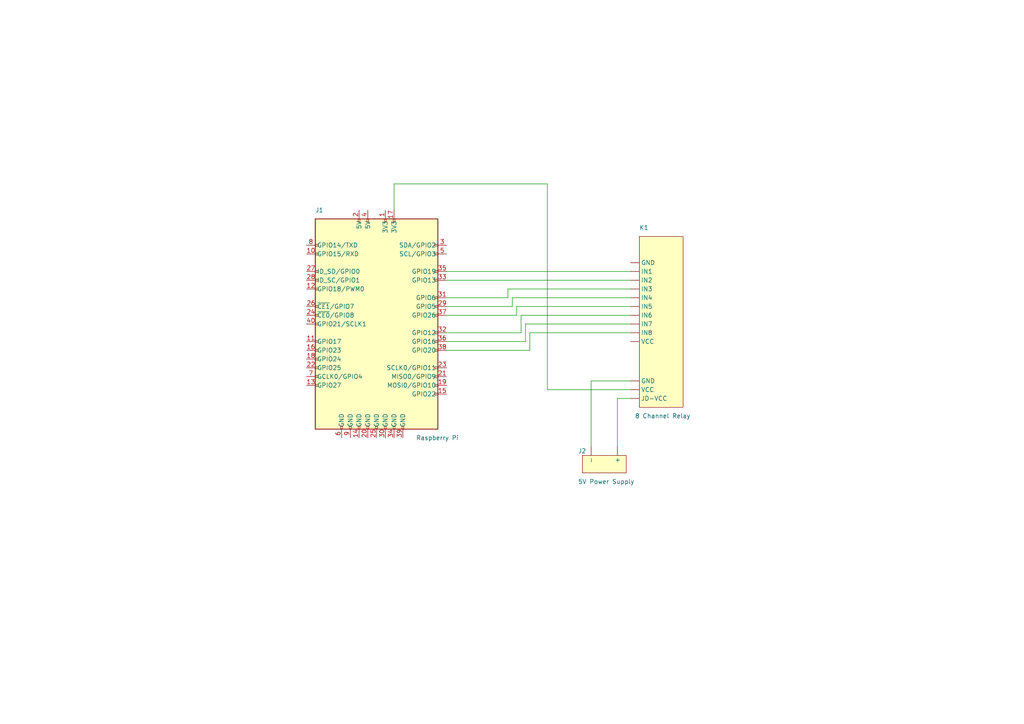
<source format=kicad_sch>
(kicad_sch (version 20231120) (generator "eeschema") (generator_version "8.0")
  (paper "A4")
  (title_block (title "Outlets 1-8") (date "2024-04-02") (rev "V01") (company "ReefSpy Labs") (comment 1 "https://github.com/ReefSpy/ReefberryPi"))
  (lib_symbols
    (symbol "reefberrypi:5V_Power_Supply"
      (property "Reference" "J" (at -7.62 3.81 0))
      (property "Value" "5V Power Supply" (at 0 -5.08 0))
      (symbol "5V_Power_Supply_1_1"
        (rectangle (start -6.35 2.54) (end 6.35 -2.54) (fill (type background)))
        (pin output line (at 3.81 5.08 270) (length 2.54) (name "+") (number ""))
        (pin output line (at -3.81 5.08 270) (length 2.54) (name "-") (number ""))
      )
    )
    (symbol "reefberrypi:8_channel_relay"
      (property "Reference" "K" (at -5.842 26.924 0))
      (property "Value" "8 Channel Relay" (at 0.254 -26.67 0))
      (symbol "8_channel_relay_1_1"
        (rectangle (start 6.35 25.4) (end -6.35 -24.13) (fill (type background)))
        (pin input line (at -8.89 -16.51 0) (length 2.54) (name "GND") (number ""))
        (pin input line (at -8.89 17.78 0) (length 2.54) (name "GND") (number ""))
        (pin input line (at -8.89 15.24 0) (length 2.54) (name "IN1") (number ""))
        (pin input line (at -8.89 12.7 0) (length 2.54) (name "IN2") (number ""))
        (pin input line (at -8.89 10.16 0) (length 2.54) (name "IN3") (number ""))
        (pin input line (at -8.89 7.62 0) (length 2.54) (name "IN4") (number ""))
        (pin input line (at -8.89 5.08 0) (length 2.54) (name "IN5") (number ""))
        (pin input line (at -8.89 2.54 0) (length 2.54) (name "IN6") (number ""))
        (pin input line (at -8.89 0 0) (length 2.54) (name "IN7") (number ""))
        (pin input line (at -8.89 -2.54 0) (length 2.54) (name "IN8") (number ""))
        (pin input line (at -8.89 -21.59 0) (length 2.54) (name "JD-VCC") (number ""))
        (pin input line (at -8.89 -19.05 0) (length 2.54) (name "VCC") (number ""))
        (pin input line (at -8.89 -5.08 0) (length 2.54) (name "VCC") (number ""))
      )
    )
    (symbol "reefberrypi:Raspberry_Pi"
      (property "Reference" "J" (at -17.526 32.258 0))
      (property "Value" "Raspberry Pi" (at 17.272 -32.512 0))
      (symbol "Raspberry_Pi_0_1"
        (rectangle (start -17.78 30.48) (end 17.78 -30.48) (stroke (width 0.254)) (fill (type background)))
      )
      (symbol "Raspberry_Pi_1_1"
        (rectangle (start -16.891 -17.526) (end -17.78 -18.034))
        (rectangle (start -16.891 -14.986) (end -17.78 -15.494))
        (rectangle (start -16.891 -12.446) (end -17.78 -12.954))
        (rectangle (start -16.891 -9.906) (end -17.78 -10.414))
        (rectangle (start -16.891 -7.366) (end -17.78 -7.874))
        (rectangle (start -16.891 -4.826) (end -17.78 -5.334))
        (rectangle (start -16.891 0.254) (end -17.78 -0.254))
        (rectangle (start -16.891 2.794) (end -17.78 2.286))
        (rectangle (start -16.891 5.334) (end -17.78 4.826))
        (rectangle (start -16.891 10.414) (end -17.78 9.906))
        (rectangle (start -16.891 12.954) (end -17.78 12.446))
        (rectangle (start -16.891 15.494) (end -17.78 14.986))
        (rectangle (start -16.891 20.574) (end -17.78 20.066))
        (rectangle (start -16.891 23.114) (end -17.78 22.606))
        (rectangle (start -10.414 -29.591) (end -9.906 -30.48))
        (rectangle (start -7.874 -29.591) (end -7.366 -30.48))
        (rectangle (start -5.334 -29.591) (end -4.826 -30.48))
        (rectangle (start -5.334 30.48) (end -4.826 29.591))
        (rectangle (start -2.794 -29.591) (end -2.286 -30.48))
        (rectangle (start -2.794 30.48) (end -2.286 29.591))
        (rectangle (start -0.254 -29.591) (end 0.254 -30.48))
        (rectangle (start 2.286 -29.591) (end 2.794 -30.48))
        (rectangle (start 2.286 30.48) (end 2.794 29.591))
        (rectangle (start 4.826 -29.591) (end 5.334 -30.48))
        (rectangle (start 4.826 30.48) (end 5.334 29.591))
        (rectangle (start 7.366 -29.591) (end 7.874 -30.48))
        (rectangle (start 16.891 -15.0368) (end 17.78 -15.5448))
        (rectangle (start 16.891 -12.446) (end 17.78 -12.954))
        (rectangle (start 16.891 7.874) (end 17.78 7.366))
        (rectangle (start 17.78 -20.066) (end 16.891 -20.574))
        (rectangle (start 17.78 -17.526) (end 16.891 -18.034))
        (rectangle (start 17.78 -7.366) (end 16.891 -7.874))
        (rectangle (start 17.78 -4.826) (end 16.891 -5.334))
        (rectangle (start 17.78 -2.286) (end 16.891 -2.794))
        (rectangle (start 17.78 2.794) (end 16.891 2.286))
        (rectangle (start 17.78 5.334) (end 16.891 4.826))
        (rectangle (start 17.78 12.954) (end 16.891 12.446))
        (rectangle (start 17.78 15.494) (end 16.891 14.986))
        (rectangle (start 17.78 20.574) (end 16.891 20.066))
        (rectangle (start 17.78 23.114) (end 16.891 22.606))
        (pin power_in line (at 2.54 33.02 270) (length 2.54) (name "3V3") (number "1"))
        (pin bidirectional line (at -20.32 20.32 0) (length 2.54) (name "GPIO15/RXD") (number "10"))
        (pin bidirectional line (at -20.32 -5.08 0) (length 2.54) (name "GPIO17") (number "11"))
        (pin bidirectional line (at -20.32 10.16 0) (length 2.54) (name "GPIO18/PWM0") (number "12"))
        (pin bidirectional line (at -20.32 -17.78 0) (length 2.54) (name "GPIO27") (number "13"))
        (pin power_in line (at -5.08 -33.02 90) (length 2.54) (name "GND") (number "14"))
        (pin bidirectional line (at 20.32 -20.32 180) (length 2.54) (name "GPIO22") (number "15"))
        (pin bidirectional line (at -20.32 -7.62 0) (length 2.54) (name "GPIO23") (number "16"))
        (pin power_in line (at 5.08 33.02 270) (length 2.54) (name "3V3") (number "17"))
        (pin bidirectional line (at -20.32 -10.16 0) (length 2.54) (name "GPIO24") (number "18"))
        (pin bidirectional line (at 20.32 -17.78 180) (length 2.54) (name "MOSI0/GPIO10") (number "19"))
        (pin power_in line (at -5.08 33.02 270) (length 2.54) (name "5V") (number "2"))
        (pin power_in line (at -2.54 -33.02 90) (length 2.54) (name "GND") (number "20"))
        (pin bidirectional line (at 20.32 -15.24 180) (length 2.54) (name "MISO0/GPIO9") (number "21"))
        (pin bidirectional line (at -20.32 -12.7 0) (length 2.54) (name "GPIO25") (number "22"))
        (pin bidirectional line (at 20.32 -12.7 180) (length 2.54) (name "SCLK0/GPIO11") (number "23"))
        (pin bidirectional line (at -20.32 2.54 0) (length 2.54) (name "~{CE0}/GPIO8") (number "24"))
        (pin power_in line (at 0 -33.02 90) (length 2.54) (name "GND") (number "25"))
        (pin bidirectional line (at -20.32 5.08 0) (length 2.54) (name "~{CE1}/GPIO7") (number "26"))
        (pin bidirectional line (at -20.32 15.24 0) (length 2.54) (name "ID_SD/GPIO0") (number "27"))
        (pin bidirectional line (at -20.32 12.7 0) (length 2.54) (name "ID_SC/GPIO1") (number "28"))
        (pin bidirectional line (at 20.32 5.08 180) (length 2.54) (name "GPIO5") (number "29"))
        (pin bidirectional line (at 20.32 22.86 180) (length 2.54) (name "SDA/GPIO2") (number "3"))
        (pin power_in line (at 2.54 -33.02 90) (length 2.54) (name "GND") (number "30"))
        (pin bidirectional line (at 20.32 7.62 180) (length 2.54) (name "GPIO6") (number "31"))
        (pin bidirectional line (at 20.32 -2.54 180) (length 2.54) (name "GPIO12") (number "32"))
        (pin bidirectional line (at 20.32 12.7 180) (length 2.54) (name "GPIO13") (number "33"))
        (pin power_in line (at 5.08 -33.02 90) (length 2.54) (name "GND") (number "34"))
        (pin bidirectional line (at 20.32 15.24 180) (length 2.54) (name "GPIO19") (number "35"))
        (pin bidirectional line (at 20.32 -5.08 180) (length 2.54) (name "GPIO16") (number "36"))
        (pin bidirectional line (at 20.32 2.54 180) (length 2.54) (name "GPIO26") (number "37"))
        (pin bidirectional line (at 20.32 -7.62 180) (length 2.54) (name "GPIO20") (number "38"))
        (pin power_in line (at 7.62 -33.02 90) (length 2.54) (name "GND") (number "39"))
        (pin power_in line (at -2.54 33.02 270) (length 2.54) (name "5V") (number "4"))
        (pin bidirectional line (at -20.32 0 0) (length 2.54) (name "GPIO21/SCLK1") (number "40"))
        (pin bidirectional line (at 20.32 20.32 180) (length 2.54) (name "SCL/GPIO3") (number "5"))
        (pin power_in line (at -10.16 -33.02 90) (length 2.54) (name "GND") (number "6"))
        (pin bidirectional line (at -20.32 -15.24 0) (length 2.54) (name "GCLK0/GPIO4") (number "7"))
        (pin bidirectional line (at -20.32 22.86 0) (length 2.54) (name "GPIO14/TXD") (number "8"))
        (pin power_in line (at -7.62 -33.02 90) (length 2.54) (name "GND") (number "9"))
      )
    )
  )
  (wire (pts (xy 182.88 83.82) (xy 147.32 83.82)))
  (wire (pts (xy 114.3 53.34) (xy 114.3 60.96)))
  (wire (pts (xy 148.59 88.9) (xy 129.54 88.9)))
  (wire (pts (xy 153.67 101.6) (xy 129.54 101.6)))
  (wire (pts (xy 171.45 110.49) (xy 171.45 129.54)))
  (wire (pts (xy 151.13 96.52) (xy 129.54 96.52)))
  (wire (pts (xy 152.4 93.98) (xy 152.4 99.06)))
  (wire (pts (xy 182.88 91.44) (xy 151.13 91.44)))
  (wire (pts (xy 153.67 96.52) (xy 153.67 101.6)))
  (wire (pts (xy 148.59 86.36) (xy 148.59 88.9)))
  (wire (pts (xy 179.07 115.57) (xy 182.88 115.57)))
  (wire (pts (xy 158.75 113.03) (xy 158.75 53.34)))
  (wire (pts (xy 147.32 83.82) (xy 147.32 86.36)))
  (wire (pts (xy 182.88 93.98) (xy 152.4 93.98)))
  (wire (pts (xy 158.75 53.34) (xy 114.3 53.34)))
  (wire (pts (xy 149.86 91.44) (xy 129.54 91.44)))
  (wire (pts (xy 147.32 86.36) (xy 129.54 86.36)))
  (wire (pts (xy 151.13 91.44) (xy 151.13 96.52)))
  (wire (pts (xy 182.88 88.9) (xy 149.86 88.9)))
  (wire (pts (xy 129.54 78.74) (xy 182.88 78.74)))
  (wire (pts (xy 182.88 96.52) (xy 153.67 96.52)))
  (wire (pts (xy 182.88 110.49) (xy 171.45 110.49)))
  (wire (pts (xy 182.88 86.36) (xy 148.59 86.36)))
  (wire (pts (xy 179.07 129.54) (xy 179.07 115.57)))
  (wire (pts (xy 149.86 88.9) (xy 149.86 91.44)))
  (wire (pts (xy 129.54 81.28) (xy 182.88 81.28)))
  (wire (pts (xy 182.88 113.03) (xy 158.75 113.03)))
  (wire (pts (xy 152.4 99.06) (xy 129.54 99.06)))
  (symbol (lib_id "reefberrypi:5V_Power_Supply") (at 175.26 134.62 0) (unit 1)
    (property "Reference" "J2" (at 167.64 130.81 0) (effects (justify left)))
    (property "Value" "5V Power Supply" (at 167.64 139.7 0) (effects (justify left)))
  )
  (symbol (lib_id "reefberrypi:8_channel_relay") (at 191.77 93.98 0) (unit 1)
    (property "Reference" "K1" (at 185.42 66.04 0) (effects (justify left)))
    (property "Value" "8 Channel Relay" (at 184.15 120.65 0) (effects (justify left)))
  )
  (symbol (lib_id "reefberrypi:Raspberry_Pi") (at 109.22 93.98 0) (unit 1)
    (property "Reference" "J1" (at 91.44 60.96 0) (effects (justify left)))
    (property "Value" "Raspberry Pi" (at 120.65 127 0) (effects (justify left)))
  )
)
</source>
